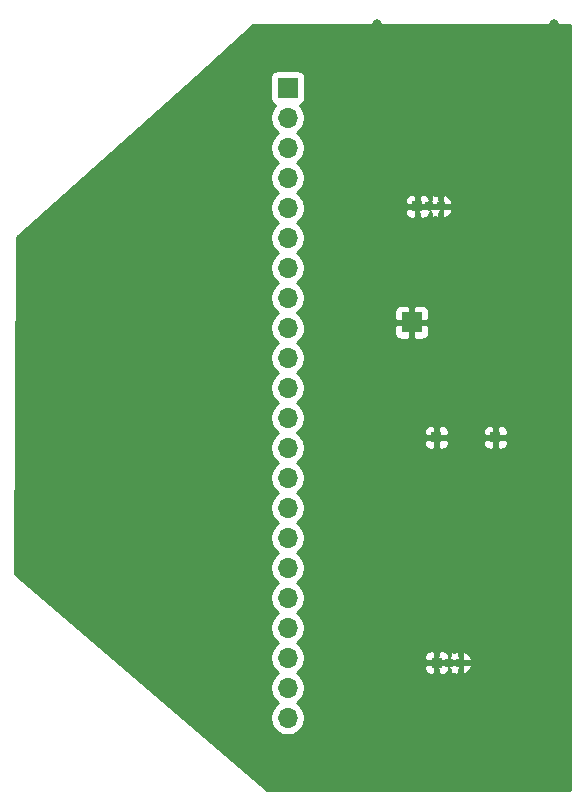
<source format=gbr>
%TF.GenerationSoftware,KiCad,Pcbnew,(5.1.10)-1*%
%TF.CreationDate,2021-07-07T12:53:47+10:00*%
%TF.ProjectId,Converter,436f6e76-6572-4746-9572-2e6b69636164,rev?*%
%TF.SameCoordinates,Original*%
%TF.FileFunction,Copper,L2,Bot*%
%TF.FilePolarity,Positive*%
%FSLAX46Y46*%
G04 Gerber Fmt 4.6, Leading zero omitted, Abs format (unit mm)*
G04 Created by KiCad (PCBNEW (5.1.10)-1) date 2021-07-07 12:53:47*
%MOMM*%
%LPD*%
G01*
G04 APERTURE LIST*
%TA.AperFunction,ComponentPad*%
%ADD10R,0.850000X0.850000*%
%TD*%
%TA.AperFunction,ComponentPad*%
%ADD11O,0.850000X0.850000*%
%TD*%
%TA.AperFunction,ComponentPad*%
%ADD12O,1.700000X1.700000*%
%TD*%
%TA.AperFunction,ComponentPad*%
%ADD13R,1.700000X1.700000*%
%TD*%
%TA.AperFunction,ViaPad*%
%ADD14C,0.800000*%
%TD*%
%TA.AperFunction,Conductor*%
%ADD15C,0.254000*%
%TD*%
%TA.AperFunction,Conductor*%
%ADD16C,0.100000*%
%TD*%
G04 APERTURE END LIST*
D10*
%TO.P,REF\u002A\u002A,1*%
%TO.N,GND*%
X145030000Y-119080000D03*
D11*
%TO.P,REF\u002A\u002A,2*%
X146030000Y-119080000D03*
%TO.P,REF\u002A\u002A,3*%
X147030000Y-119080000D03*
%TD*%
D10*
%TO.P,REF\u002A\u002A,1*%
%TO.N,GND*%
X143380000Y-80440000D03*
D11*
%TO.P,REF\u002A\u002A,2*%
X144380000Y-80440000D03*
%TO.P,REF\u002A\u002A,3*%
X145380000Y-80440000D03*
%TD*%
D10*
%TO.P,REF\u002A\u002A,1*%
%TO.N,GND*%
X150000000Y-100000000D03*
%TD*%
%TO.P,REF\u002A\u002A,1*%
%TO.N,GND*%
X145000000Y-100000000D03*
%TD*%
D12*
%TO.P,J2,22*%
%TO.N,Net-(J1-Pad22)*%
X132400000Y-123740000D03*
%TO.P,J2,21*%
%TO.N,Net-(J1-Pad21)*%
X132400000Y-121200000D03*
%TO.P,J2,20*%
%TO.N,Net-(J1-Pad20)*%
X132400000Y-118660000D03*
%TO.P,J2,19*%
%TO.N,Net-(J1-Pad19)*%
X132400000Y-116120000D03*
%TO.P,J2,18*%
%TO.N,Net-(J1-Pad18)*%
X132400000Y-113580000D03*
%TO.P,J2,17*%
%TO.N,Net-(J1-Pad17)*%
X132400000Y-111040000D03*
%TO.P,J2,16*%
%TO.N,Net-(J1-Pad16)*%
X132400000Y-108500000D03*
%TO.P,J2,15*%
%TO.N,Net-(J1-Pad15)*%
X132400000Y-105960000D03*
%TO.P,J2,14*%
%TO.N,Net-(J1-Pad14)*%
X132400000Y-103420000D03*
%TO.P,J2,13*%
%TO.N,Net-(J1-Pad13)*%
X132400000Y-100880000D03*
%TO.P,J2,12*%
%TO.N,Net-(J1-Pad12)*%
X132400000Y-98340000D03*
%TO.P,J2,11*%
%TO.N,Net-(J1-Pad11)*%
X132400000Y-95800000D03*
%TO.P,J2,10*%
%TO.N,Net-(J1-Pad10)*%
X132400000Y-93260000D03*
%TO.P,J2,9*%
%TO.N,Net-(J1-Pad9)*%
X132400000Y-90720000D03*
%TO.P,J2,8*%
%TO.N,Net-(J1-Pad8)*%
X132400000Y-88180000D03*
%TO.P,J2,7*%
%TO.N,Net-(J1-Pad7)*%
X132400000Y-85640000D03*
%TO.P,J2,6*%
%TO.N,Net-(J1-Pad6)*%
X132400000Y-83100000D03*
%TO.P,J2,5*%
%TO.N,Net-(J1-Pad5)*%
X132400000Y-80560000D03*
%TO.P,J2,4*%
%TO.N,Net-(J1-Pad4)*%
X132400000Y-78020000D03*
%TO.P,J2,3*%
%TO.N,Net-(J1-Pad3)*%
X132400000Y-75480000D03*
%TO.P,J2,2*%
%TO.N,Net-(J1-Pad2)*%
X132400000Y-72940000D03*
D13*
%TO.P,J2,1*%
%TO.N,Net-(J1-Pad1)*%
X132400000Y-70400000D03*
%TD*%
%TO.P,J3,1*%
%TO.N,GND*%
X142900000Y-90270000D03*
%TD*%
D14*
%TO.N,GND*%
X152020000Y-118230000D03*
X124900000Y-122700000D03*
X122300000Y-74400000D03*
X115000000Y-80000000D03*
X129100000Y-68300000D03*
X115200000Y-115000000D03*
X140000000Y-125000000D03*
X140000000Y-115000000D03*
X140000000Y-105000000D03*
X140000000Y-95000000D03*
X140000000Y-85000000D03*
X140000000Y-75000000D03*
X140000000Y-65000000D03*
X155000000Y-65000000D03*
X150770000Y-69270000D03*
X155000000Y-85000000D03*
X150750000Y-90750000D03*
X155000000Y-105000000D03*
X150000000Y-115000000D03*
X143110000Y-71310000D03*
X150670000Y-78570000D03*
X144820000Y-68920000D03*
X143520000Y-109920000D03*
X148460000Y-125800000D03*
%TD*%
D15*
%TO.N,GND*%
X156310001Y-129873000D02*
X130698770Y-129873000D01*
X109361041Y-111597188D01*
X109458987Y-82996818D01*
X124550896Y-69550000D01*
X130911928Y-69550000D01*
X130911928Y-71250000D01*
X130924188Y-71374482D01*
X130960498Y-71494180D01*
X131019463Y-71604494D01*
X131098815Y-71701185D01*
X131195506Y-71780537D01*
X131305820Y-71839502D01*
X131378380Y-71861513D01*
X131246525Y-71993368D01*
X131084010Y-72236589D01*
X130972068Y-72506842D01*
X130915000Y-72793740D01*
X130915000Y-73086260D01*
X130972068Y-73373158D01*
X131084010Y-73643411D01*
X131246525Y-73886632D01*
X131453368Y-74093475D01*
X131627760Y-74210000D01*
X131453368Y-74326525D01*
X131246525Y-74533368D01*
X131084010Y-74776589D01*
X130972068Y-75046842D01*
X130915000Y-75333740D01*
X130915000Y-75626260D01*
X130972068Y-75913158D01*
X131084010Y-76183411D01*
X131246525Y-76426632D01*
X131453368Y-76633475D01*
X131627760Y-76750000D01*
X131453368Y-76866525D01*
X131246525Y-77073368D01*
X131084010Y-77316589D01*
X130972068Y-77586842D01*
X130915000Y-77873740D01*
X130915000Y-78166260D01*
X130972068Y-78453158D01*
X131084010Y-78723411D01*
X131246525Y-78966632D01*
X131453368Y-79173475D01*
X131627760Y-79290000D01*
X131453368Y-79406525D01*
X131246525Y-79613368D01*
X131084010Y-79856589D01*
X130972068Y-80126842D01*
X130915000Y-80413740D01*
X130915000Y-80706260D01*
X130972068Y-80993158D01*
X131084010Y-81263411D01*
X131246525Y-81506632D01*
X131453368Y-81713475D01*
X131627760Y-81830000D01*
X131453368Y-81946525D01*
X131246525Y-82153368D01*
X131084010Y-82396589D01*
X130972068Y-82666842D01*
X130915000Y-82953740D01*
X130915000Y-83246260D01*
X130972068Y-83533158D01*
X131084010Y-83803411D01*
X131246525Y-84046632D01*
X131453368Y-84253475D01*
X131627760Y-84370000D01*
X131453368Y-84486525D01*
X131246525Y-84693368D01*
X131084010Y-84936589D01*
X130972068Y-85206842D01*
X130915000Y-85493740D01*
X130915000Y-85786260D01*
X130972068Y-86073158D01*
X131084010Y-86343411D01*
X131246525Y-86586632D01*
X131453368Y-86793475D01*
X131627760Y-86910000D01*
X131453368Y-87026525D01*
X131246525Y-87233368D01*
X131084010Y-87476589D01*
X130972068Y-87746842D01*
X130915000Y-88033740D01*
X130915000Y-88326260D01*
X130972068Y-88613158D01*
X131084010Y-88883411D01*
X131246525Y-89126632D01*
X131453368Y-89333475D01*
X131627760Y-89450000D01*
X131453368Y-89566525D01*
X131246525Y-89773368D01*
X131084010Y-90016589D01*
X130972068Y-90286842D01*
X130915000Y-90573740D01*
X130915000Y-90866260D01*
X130972068Y-91153158D01*
X131084010Y-91423411D01*
X131246525Y-91666632D01*
X131453368Y-91873475D01*
X131627760Y-91990000D01*
X131453368Y-92106525D01*
X131246525Y-92313368D01*
X131084010Y-92556589D01*
X130972068Y-92826842D01*
X130915000Y-93113740D01*
X130915000Y-93406260D01*
X130972068Y-93693158D01*
X131084010Y-93963411D01*
X131246525Y-94206632D01*
X131453368Y-94413475D01*
X131627760Y-94530000D01*
X131453368Y-94646525D01*
X131246525Y-94853368D01*
X131084010Y-95096589D01*
X130972068Y-95366842D01*
X130915000Y-95653740D01*
X130915000Y-95946260D01*
X130972068Y-96233158D01*
X131084010Y-96503411D01*
X131246525Y-96746632D01*
X131453368Y-96953475D01*
X131627760Y-97070000D01*
X131453368Y-97186525D01*
X131246525Y-97393368D01*
X131084010Y-97636589D01*
X130972068Y-97906842D01*
X130915000Y-98193740D01*
X130915000Y-98486260D01*
X130972068Y-98773158D01*
X131084010Y-99043411D01*
X131246525Y-99286632D01*
X131453368Y-99493475D01*
X131627760Y-99610000D01*
X131453368Y-99726525D01*
X131246525Y-99933368D01*
X131084010Y-100176589D01*
X130972068Y-100446842D01*
X130915000Y-100733740D01*
X130915000Y-101026260D01*
X130972068Y-101313158D01*
X131084010Y-101583411D01*
X131246525Y-101826632D01*
X131453368Y-102033475D01*
X131627760Y-102150000D01*
X131453368Y-102266525D01*
X131246525Y-102473368D01*
X131084010Y-102716589D01*
X130972068Y-102986842D01*
X130915000Y-103273740D01*
X130915000Y-103566260D01*
X130972068Y-103853158D01*
X131084010Y-104123411D01*
X131246525Y-104366632D01*
X131453368Y-104573475D01*
X131627760Y-104690000D01*
X131453368Y-104806525D01*
X131246525Y-105013368D01*
X131084010Y-105256589D01*
X130972068Y-105526842D01*
X130915000Y-105813740D01*
X130915000Y-106106260D01*
X130972068Y-106393158D01*
X131084010Y-106663411D01*
X131246525Y-106906632D01*
X131453368Y-107113475D01*
X131627760Y-107230000D01*
X131453368Y-107346525D01*
X131246525Y-107553368D01*
X131084010Y-107796589D01*
X130972068Y-108066842D01*
X130915000Y-108353740D01*
X130915000Y-108646260D01*
X130972068Y-108933158D01*
X131084010Y-109203411D01*
X131246525Y-109446632D01*
X131453368Y-109653475D01*
X131627760Y-109770000D01*
X131453368Y-109886525D01*
X131246525Y-110093368D01*
X131084010Y-110336589D01*
X130972068Y-110606842D01*
X130915000Y-110893740D01*
X130915000Y-111186260D01*
X130972068Y-111473158D01*
X131084010Y-111743411D01*
X131246525Y-111986632D01*
X131453368Y-112193475D01*
X131627760Y-112310000D01*
X131453368Y-112426525D01*
X131246525Y-112633368D01*
X131084010Y-112876589D01*
X130972068Y-113146842D01*
X130915000Y-113433740D01*
X130915000Y-113726260D01*
X130972068Y-114013158D01*
X131084010Y-114283411D01*
X131246525Y-114526632D01*
X131453368Y-114733475D01*
X131627760Y-114850000D01*
X131453368Y-114966525D01*
X131246525Y-115173368D01*
X131084010Y-115416589D01*
X130972068Y-115686842D01*
X130915000Y-115973740D01*
X130915000Y-116266260D01*
X130972068Y-116553158D01*
X131084010Y-116823411D01*
X131246525Y-117066632D01*
X131453368Y-117273475D01*
X131627760Y-117390000D01*
X131453368Y-117506525D01*
X131246525Y-117713368D01*
X131084010Y-117956589D01*
X130972068Y-118226842D01*
X130915000Y-118513740D01*
X130915000Y-118806260D01*
X130972068Y-119093158D01*
X131084010Y-119363411D01*
X131246525Y-119606632D01*
X131453368Y-119813475D01*
X131627760Y-119930000D01*
X131453368Y-120046525D01*
X131246525Y-120253368D01*
X131084010Y-120496589D01*
X130972068Y-120766842D01*
X130915000Y-121053740D01*
X130915000Y-121346260D01*
X130972068Y-121633158D01*
X131084010Y-121903411D01*
X131246525Y-122146632D01*
X131453368Y-122353475D01*
X131627760Y-122470000D01*
X131453368Y-122586525D01*
X131246525Y-122793368D01*
X131084010Y-123036589D01*
X130972068Y-123306842D01*
X130915000Y-123593740D01*
X130915000Y-123886260D01*
X130972068Y-124173158D01*
X131084010Y-124443411D01*
X131246525Y-124686632D01*
X131453368Y-124893475D01*
X131696589Y-125055990D01*
X131966842Y-125167932D01*
X132253740Y-125225000D01*
X132546260Y-125225000D01*
X132833158Y-125167932D01*
X133103411Y-125055990D01*
X133346632Y-124893475D01*
X133553475Y-124686632D01*
X133715990Y-124443411D01*
X133827932Y-124173158D01*
X133885000Y-123886260D01*
X133885000Y-123593740D01*
X133827932Y-123306842D01*
X133715990Y-123036589D01*
X133553475Y-122793368D01*
X133346632Y-122586525D01*
X133172240Y-122470000D01*
X133346632Y-122353475D01*
X133553475Y-122146632D01*
X133715990Y-121903411D01*
X133827932Y-121633158D01*
X133885000Y-121346260D01*
X133885000Y-121053740D01*
X133827932Y-120766842D01*
X133715990Y-120496589D01*
X133553475Y-120253368D01*
X133346632Y-120046525D01*
X133172240Y-119930000D01*
X133346632Y-119813475D01*
X133553475Y-119606632D01*
X133621383Y-119505000D01*
X143966928Y-119505000D01*
X143979188Y-119629482D01*
X144015498Y-119749180D01*
X144074463Y-119859494D01*
X144153815Y-119956185D01*
X144250506Y-120035537D01*
X144360820Y-120094502D01*
X144480518Y-120130812D01*
X144605000Y-120143072D01*
X144744250Y-120140000D01*
X144903000Y-119981250D01*
X144903000Y-119370064D01*
X145010453Y-119370064D01*
X145086632Y-119563394D01*
X145157000Y-119672768D01*
X145157000Y-119981250D01*
X145315750Y-120140000D01*
X145455000Y-120143072D01*
X145579482Y-120130812D01*
X145699180Y-120094502D01*
X145707917Y-120089832D01*
X145739938Y-120099540D01*
X145903000Y-119972257D01*
X145903000Y-119958799D01*
X145906185Y-119956185D01*
X145985537Y-119859494D01*
X146044502Y-119749180D01*
X146080812Y-119629482D01*
X146087229Y-119564323D01*
X146157000Y-119672768D01*
X146157000Y-119972257D01*
X146320062Y-120099540D01*
X146355250Y-120088872D01*
X146530000Y-120012912D01*
X146704750Y-120088872D01*
X146739938Y-120099540D01*
X146903000Y-119972257D01*
X146903000Y-119672768D01*
X146973368Y-119563394D01*
X147049547Y-119370064D01*
X146923621Y-119207000D01*
X147157000Y-119207000D01*
X147157000Y-119972257D01*
X147320062Y-120099540D01*
X147355250Y-120088872D01*
X147545822Y-120006034D01*
X147716571Y-119887609D01*
X147860936Y-119738148D01*
X147973368Y-119563394D01*
X148049547Y-119370064D01*
X147923621Y-119207000D01*
X147157000Y-119207000D01*
X146923621Y-119207000D01*
X146136379Y-119207000D01*
X146046995Y-119322745D01*
X145931250Y-119207000D01*
X145136379Y-119207000D01*
X145010453Y-119370064D01*
X144903000Y-119370064D01*
X144903000Y-119207000D01*
X144128750Y-119207000D01*
X143970000Y-119365750D01*
X143966928Y-119505000D01*
X133621383Y-119505000D01*
X133715990Y-119363411D01*
X133827932Y-119093158D01*
X133885000Y-118806260D01*
X133885000Y-118655000D01*
X143966928Y-118655000D01*
X143970000Y-118794250D01*
X144128750Y-118953000D01*
X144903000Y-118953000D01*
X144903000Y-118789936D01*
X145010453Y-118789936D01*
X145136379Y-118953000D01*
X145931250Y-118953000D01*
X146046995Y-118837255D01*
X146136379Y-118953000D01*
X146923621Y-118953000D01*
X147049547Y-118789936D01*
X146973368Y-118596606D01*
X146903000Y-118487232D01*
X146903000Y-118187743D01*
X147157000Y-118187743D01*
X147157000Y-118953000D01*
X147923621Y-118953000D01*
X148049547Y-118789936D01*
X147973368Y-118596606D01*
X147860936Y-118421852D01*
X147716571Y-118272391D01*
X147545822Y-118153966D01*
X147355250Y-118071128D01*
X147320062Y-118060460D01*
X147157000Y-118187743D01*
X146903000Y-118187743D01*
X146739938Y-118060460D01*
X146704750Y-118071128D01*
X146530000Y-118147088D01*
X146355250Y-118071128D01*
X146320062Y-118060460D01*
X146157000Y-118187743D01*
X146157000Y-118487232D01*
X146087229Y-118595677D01*
X146080812Y-118530518D01*
X146044502Y-118410820D01*
X145985537Y-118300506D01*
X145906185Y-118203815D01*
X145903000Y-118201201D01*
X145903000Y-118187743D01*
X145739938Y-118060460D01*
X145707917Y-118070168D01*
X145699180Y-118065498D01*
X145579482Y-118029188D01*
X145455000Y-118016928D01*
X145315750Y-118020000D01*
X145157000Y-118178750D01*
X145157000Y-118487232D01*
X145086632Y-118596606D01*
X145010453Y-118789936D01*
X144903000Y-118789936D01*
X144903000Y-118178750D01*
X144744250Y-118020000D01*
X144605000Y-118016928D01*
X144480518Y-118029188D01*
X144360820Y-118065498D01*
X144250506Y-118124463D01*
X144153815Y-118203815D01*
X144074463Y-118300506D01*
X144015498Y-118410820D01*
X143979188Y-118530518D01*
X143966928Y-118655000D01*
X133885000Y-118655000D01*
X133885000Y-118513740D01*
X133827932Y-118226842D01*
X133715990Y-117956589D01*
X133553475Y-117713368D01*
X133346632Y-117506525D01*
X133172240Y-117390000D01*
X133346632Y-117273475D01*
X133553475Y-117066632D01*
X133715990Y-116823411D01*
X133827932Y-116553158D01*
X133885000Y-116266260D01*
X133885000Y-115973740D01*
X133827932Y-115686842D01*
X133715990Y-115416589D01*
X133553475Y-115173368D01*
X133346632Y-114966525D01*
X133172240Y-114850000D01*
X133346632Y-114733475D01*
X133553475Y-114526632D01*
X133715990Y-114283411D01*
X133827932Y-114013158D01*
X133885000Y-113726260D01*
X133885000Y-113433740D01*
X133827932Y-113146842D01*
X133715990Y-112876589D01*
X133553475Y-112633368D01*
X133346632Y-112426525D01*
X133172240Y-112310000D01*
X133346632Y-112193475D01*
X133553475Y-111986632D01*
X133715990Y-111743411D01*
X133827932Y-111473158D01*
X133885000Y-111186260D01*
X133885000Y-110893740D01*
X133827932Y-110606842D01*
X133715990Y-110336589D01*
X133553475Y-110093368D01*
X133346632Y-109886525D01*
X133172240Y-109770000D01*
X133346632Y-109653475D01*
X133553475Y-109446632D01*
X133715990Y-109203411D01*
X133827932Y-108933158D01*
X133885000Y-108646260D01*
X133885000Y-108353740D01*
X133827932Y-108066842D01*
X133715990Y-107796589D01*
X133553475Y-107553368D01*
X133346632Y-107346525D01*
X133172240Y-107230000D01*
X133346632Y-107113475D01*
X133553475Y-106906632D01*
X133715990Y-106663411D01*
X133827932Y-106393158D01*
X133885000Y-106106260D01*
X133885000Y-105813740D01*
X133827932Y-105526842D01*
X133715990Y-105256589D01*
X133553475Y-105013368D01*
X133346632Y-104806525D01*
X133172240Y-104690000D01*
X133346632Y-104573475D01*
X133553475Y-104366632D01*
X133715990Y-104123411D01*
X133827932Y-103853158D01*
X133885000Y-103566260D01*
X133885000Y-103273740D01*
X133827932Y-102986842D01*
X133715990Y-102716589D01*
X133553475Y-102473368D01*
X133346632Y-102266525D01*
X133172240Y-102150000D01*
X133346632Y-102033475D01*
X133553475Y-101826632D01*
X133715990Y-101583411D01*
X133827932Y-101313158D01*
X133885000Y-101026260D01*
X133885000Y-100733740D01*
X133827932Y-100446842D01*
X133818885Y-100425000D01*
X143936928Y-100425000D01*
X143949188Y-100549482D01*
X143985498Y-100669180D01*
X144044463Y-100779494D01*
X144123815Y-100876185D01*
X144220506Y-100955537D01*
X144330820Y-101014502D01*
X144450518Y-101050812D01*
X144575000Y-101063072D01*
X144714250Y-101060000D01*
X144873000Y-100901250D01*
X144873000Y-100127000D01*
X145127000Y-100127000D01*
X145127000Y-100901250D01*
X145285750Y-101060000D01*
X145425000Y-101063072D01*
X145549482Y-101050812D01*
X145669180Y-101014502D01*
X145779494Y-100955537D01*
X145876185Y-100876185D01*
X145955537Y-100779494D01*
X146014502Y-100669180D01*
X146050812Y-100549482D01*
X146063072Y-100425000D01*
X148936928Y-100425000D01*
X148949188Y-100549482D01*
X148985498Y-100669180D01*
X149044463Y-100779494D01*
X149123815Y-100876185D01*
X149220506Y-100955537D01*
X149330820Y-101014502D01*
X149450518Y-101050812D01*
X149575000Y-101063072D01*
X149714250Y-101060000D01*
X149873000Y-100901250D01*
X149873000Y-100127000D01*
X150127000Y-100127000D01*
X150127000Y-100901250D01*
X150285750Y-101060000D01*
X150425000Y-101063072D01*
X150549482Y-101050812D01*
X150669180Y-101014502D01*
X150779494Y-100955537D01*
X150876185Y-100876185D01*
X150955537Y-100779494D01*
X151014502Y-100669180D01*
X151050812Y-100549482D01*
X151063072Y-100425000D01*
X151060000Y-100285750D01*
X150901250Y-100127000D01*
X150127000Y-100127000D01*
X149873000Y-100127000D01*
X149098750Y-100127000D01*
X148940000Y-100285750D01*
X148936928Y-100425000D01*
X146063072Y-100425000D01*
X146060000Y-100285750D01*
X145901250Y-100127000D01*
X145127000Y-100127000D01*
X144873000Y-100127000D01*
X144098750Y-100127000D01*
X143940000Y-100285750D01*
X143936928Y-100425000D01*
X133818885Y-100425000D01*
X133715990Y-100176589D01*
X133553475Y-99933368D01*
X133346632Y-99726525D01*
X133172240Y-99610000D01*
X133224621Y-99575000D01*
X143936928Y-99575000D01*
X143940000Y-99714250D01*
X144098750Y-99873000D01*
X144873000Y-99873000D01*
X144873000Y-99098750D01*
X145127000Y-99098750D01*
X145127000Y-99873000D01*
X145901250Y-99873000D01*
X146060000Y-99714250D01*
X146063072Y-99575000D01*
X148936928Y-99575000D01*
X148940000Y-99714250D01*
X149098750Y-99873000D01*
X149873000Y-99873000D01*
X149873000Y-99098750D01*
X150127000Y-99098750D01*
X150127000Y-99873000D01*
X150901250Y-99873000D01*
X151060000Y-99714250D01*
X151063072Y-99575000D01*
X151050812Y-99450518D01*
X151014502Y-99330820D01*
X150955537Y-99220506D01*
X150876185Y-99123815D01*
X150779494Y-99044463D01*
X150669180Y-98985498D01*
X150549482Y-98949188D01*
X150425000Y-98936928D01*
X150285750Y-98940000D01*
X150127000Y-99098750D01*
X149873000Y-99098750D01*
X149714250Y-98940000D01*
X149575000Y-98936928D01*
X149450518Y-98949188D01*
X149330820Y-98985498D01*
X149220506Y-99044463D01*
X149123815Y-99123815D01*
X149044463Y-99220506D01*
X148985498Y-99330820D01*
X148949188Y-99450518D01*
X148936928Y-99575000D01*
X146063072Y-99575000D01*
X146050812Y-99450518D01*
X146014502Y-99330820D01*
X145955537Y-99220506D01*
X145876185Y-99123815D01*
X145779494Y-99044463D01*
X145669180Y-98985498D01*
X145549482Y-98949188D01*
X145425000Y-98936928D01*
X145285750Y-98940000D01*
X145127000Y-99098750D01*
X144873000Y-99098750D01*
X144714250Y-98940000D01*
X144575000Y-98936928D01*
X144450518Y-98949188D01*
X144330820Y-98985498D01*
X144220506Y-99044463D01*
X144123815Y-99123815D01*
X144044463Y-99220506D01*
X143985498Y-99330820D01*
X143949188Y-99450518D01*
X143936928Y-99575000D01*
X133224621Y-99575000D01*
X133346632Y-99493475D01*
X133553475Y-99286632D01*
X133715990Y-99043411D01*
X133827932Y-98773158D01*
X133885000Y-98486260D01*
X133885000Y-98193740D01*
X133827932Y-97906842D01*
X133715990Y-97636589D01*
X133553475Y-97393368D01*
X133346632Y-97186525D01*
X133172240Y-97070000D01*
X133346632Y-96953475D01*
X133553475Y-96746632D01*
X133715990Y-96503411D01*
X133827932Y-96233158D01*
X133885000Y-95946260D01*
X133885000Y-95653740D01*
X133827932Y-95366842D01*
X133715990Y-95096589D01*
X133553475Y-94853368D01*
X133346632Y-94646525D01*
X133172240Y-94530000D01*
X133346632Y-94413475D01*
X133553475Y-94206632D01*
X133715990Y-93963411D01*
X133827932Y-93693158D01*
X133885000Y-93406260D01*
X133885000Y-93113740D01*
X133827932Y-92826842D01*
X133715990Y-92556589D01*
X133553475Y-92313368D01*
X133346632Y-92106525D01*
X133172240Y-91990000D01*
X133346632Y-91873475D01*
X133553475Y-91666632D01*
X133715990Y-91423411D01*
X133827932Y-91153158D01*
X133834527Y-91120000D01*
X141411928Y-91120000D01*
X141424188Y-91244482D01*
X141460498Y-91364180D01*
X141519463Y-91474494D01*
X141598815Y-91571185D01*
X141695506Y-91650537D01*
X141805820Y-91709502D01*
X141925518Y-91745812D01*
X142050000Y-91758072D01*
X142614250Y-91755000D01*
X142773000Y-91596250D01*
X142773000Y-90397000D01*
X143027000Y-90397000D01*
X143027000Y-91596250D01*
X143185750Y-91755000D01*
X143750000Y-91758072D01*
X143874482Y-91745812D01*
X143994180Y-91709502D01*
X144104494Y-91650537D01*
X144201185Y-91571185D01*
X144280537Y-91474494D01*
X144339502Y-91364180D01*
X144375812Y-91244482D01*
X144388072Y-91120000D01*
X144385000Y-90555750D01*
X144226250Y-90397000D01*
X143027000Y-90397000D01*
X142773000Y-90397000D01*
X141573750Y-90397000D01*
X141415000Y-90555750D01*
X141411928Y-91120000D01*
X133834527Y-91120000D01*
X133885000Y-90866260D01*
X133885000Y-90573740D01*
X133827932Y-90286842D01*
X133715990Y-90016589D01*
X133553475Y-89773368D01*
X133346632Y-89566525D01*
X133172240Y-89450000D01*
X133217138Y-89420000D01*
X141411928Y-89420000D01*
X141415000Y-89984250D01*
X141573750Y-90143000D01*
X142773000Y-90143000D01*
X142773000Y-88943750D01*
X143027000Y-88943750D01*
X143027000Y-90143000D01*
X144226250Y-90143000D01*
X144385000Y-89984250D01*
X144388072Y-89420000D01*
X144375812Y-89295518D01*
X144339502Y-89175820D01*
X144280537Y-89065506D01*
X144201185Y-88968815D01*
X144104494Y-88889463D01*
X143994180Y-88830498D01*
X143874482Y-88794188D01*
X143750000Y-88781928D01*
X143185750Y-88785000D01*
X143027000Y-88943750D01*
X142773000Y-88943750D01*
X142614250Y-88785000D01*
X142050000Y-88781928D01*
X141925518Y-88794188D01*
X141805820Y-88830498D01*
X141695506Y-88889463D01*
X141598815Y-88968815D01*
X141519463Y-89065506D01*
X141460498Y-89175820D01*
X141424188Y-89295518D01*
X141411928Y-89420000D01*
X133217138Y-89420000D01*
X133346632Y-89333475D01*
X133553475Y-89126632D01*
X133715990Y-88883411D01*
X133827932Y-88613158D01*
X133885000Y-88326260D01*
X133885000Y-88033740D01*
X133827932Y-87746842D01*
X133715990Y-87476589D01*
X133553475Y-87233368D01*
X133346632Y-87026525D01*
X133172240Y-86910000D01*
X133346632Y-86793475D01*
X133553475Y-86586632D01*
X133715990Y-86343411D01*
X133827932Y-86073158D01*
X133885000Y-85786260D01*
X133885000Y-85493740D01*
X133827932Y-85206842D01*
X133715990Y-84936589D01*
X133553475Y-84693368D01*
X133346632Y-84486525D01*
X133172240Y-84370000D01*
X133346632Y-84253475D01*
X133553475Y-84046632D01*
X133715990Y-83803411D01*
X133827932Y-83533158D01*
X133885000Y-83246260D01*
X133885000Y-82953740D01*
X133827932Y-82666842D01*
X133715990Y-82396589D01*
X133553475Y-82153368D01*
X133346632Y-81946525D01*
X133172240Y-81830000D01*
X133346632Y-81713475D01*
X133553475Y-81506632D01*
X133715990Y-81263411D01*
X133827932Y-80993158D01*
X133853424Y-80865000D01*
X142316928Y-80865000D01*
X142329188Y-80989482D01*
X142365498Y-81109180D01*
X142424463Y-81219494D01*
X142503815Y-81316185D01*
X142600506Y-81395537D01*
X142710820Y-81454502D01*
X142830518Y-81490812D01*
X142955000Y-81503072D01*
X143094250Y-81500000D01*
X143253000Y-81341250D01*
X143253000Y-80730064D01*
X143360453Y-80730064D01*
X143436632Y-80923394D01*
X143507000Y-81032768D01*
X143507000Y-81341250D01*
X143665750Y-81500000D01*
X143805000Y-81503072D01*
X143929482Y-81490812D01*
X144049180Y-81454502D01*
X144057917Y-81449832D01*
X144089938Y-81459540D01*
X144253000Y-81332257D01*
X144253000Y-81318799D01*
X144256185Y-81316185D01*
X144335537Y-81219494D01*
X144394502Y-81109180D01*
X144430812Y-80989482D01*
X144437229Y-80924323D01*
X144507000Y-81032768D01*
X144507000Y-81332257D01*
X144670062Y-81459540D01*
X144705250Y-81448872D01*
X144880000Y-81372912D01*
X145054750Y-81448872D01*
X145089938Y-81459540D01*
X145253000Y-81332257D01*
X145253000Y-81032768D01*
X145323368Y-80923394D01*
X145399547Y-80730064D01*
X145273621Y-80567000D01*
X145507000Y-80567000D01*
X145507000Y-81332257D01*
X145670062Y-81459540D01*
X145705250Y-81448872D01*
X145895822Y-81366034D01*
X146066571Y-81247609D01*
X146210936Y-81098148D01*
X146323368Y-80923394D01*
X146399547Y-80730064D01*
X146273621Y-80567000D01*
X145507000Y-80567000D01*
X145273621Y-80567000D01*
X144486379Y-80567000D01*
X144396995Y-80682745D01*
X144281250Y-80567000D01*
X143486379Y-80567000D01*
X143360453Y-80730064D01*
X143253000Y-80730064D01*
X143253000Y-80567000D01*
X142478750Y-80567000D01*
X142320000Y-80725750D01*
X142316928Y-80865000D01*
X133853424Y-80865000D01*
X133885000Y-80706260D01*
X133885000Y-80413740D01*
X133827932Y-80126842D01*
X133781606Y-80015000D01*
X142316928Y-80015000D01*
X142320000Y-80154250D01*
X142478750Y-80313000D01*
X143253000Y-80313000D01*
X143253000Y-80149936D01*
X143360453Y-80149936D01*
X143486379Y-80313000D01*
X144281250Y-80313000D01*
X144396995Y-80197255D01*
X144486379Y-80313000D01*
X145273621Y-80313000D01*
X145399547Y-80149936D01*
X145323368Y-79956606D01*
X145253000Y-79847232D01*
X145253000Y-79547743D01*
X145507000Y-79547743D01*
X145507000Y-80313000D01*
X146273621Y-80313000D01*
X146399547Y-80149936D01*
X146323368Y-79956606D01*
X146210936Y-79781852D01*
X146066571Y-79632391D01*
X145895822Y-79513966D01*
X145705250Y-79431128D01*
X145670062Y-79420460D01*
X145507000Y-79547743D01*
X145253000Y-79547743D01*
X145089938Y-79420460D01*
X145054750Y-79431128D01*
X144880000Y-79507088D01*
X144705250Y-79431128D01*
X144670062Y-79420460D01*
X144507000Y-79547743D01*
X144507000Y-79847232D01*
X144437229Y-79955677D01*
X144430812Y-79890518D01*
X144394502Y-79770820D01*
X144335537Y-79660506D01*
X144256185Y-79563815D01*
X144253000Y-79561201D01*
X144253000Y-79547743D01*
X144089938Y-79420460D01*
X144057917Y-79430168D01*
X144049180Y-79425498D01*
X143929482Y-79389188D01*
X143805000Y-79376928D01*
X143665750Y-79380000D01*
X143507000Y-79538750D01*
X143507000Y-79847232D01*
X143436632Y-79956606D01*
X143360453Y-80149936D01*
X143253000Y-80149936D01*
X143253000Y-79538750D01*
X143094250Y-79380000D01*
X142955000Y-79376928D01*
X142830518Y-79389188D01*
X142710820Y-79425498D01*
X142600506Y-79484463D01*
X142503815Y-79563815D01*
X142424463Y-79660506D01*
X142365498Y-79770820D01*
X142329188Y-79890518D01*
X142316928Y-80015000D01*
X133781606Y-80015000D01*
X133715990Y-79856589D01*
X133553475Y-79613368D01*
X133346632Y-79406525D01*
X133172240Y-79290000D01*
X133346632Y-79173475D01*
X133553475Y-78966632D01*
X133715990Y-78723411D01*
X133827932Y-78453158D01*
X133885000Y-78166260D01*
X133885000Y-77873740D01*
X133827932Y-77586842D01*
X133715990Y-77316589D01*
X133553475Y-77073368D01*
X133346632Y-76866525D01*
X133172240Y-76750000D01*
X133346632Y-76633475D01*
X133553475Y-76426632D01*
X133715990Y-76183411D01*
X133827932Y-75913158D01*
X133885000Y-75626260D01*
X133885000Y-75333740D01*
X133827932Y-75046842D01*
X133715990Y-74776589D01*
X133553475Y-74533368D01*
X133346632Y-74326525D01*
X133172240Y-74210000D01*
X133346632Y-74093475D01*
X133553475Y-73886632D01*
X133715990Y-73643411D01*
X133827932Y-73373158D01*
X133885000Y-73086260D01*
X133885000Y-72793740D01*
X133827932Y-72506842D01*
X133715990Y-72236589D01*
X133553475Y-71993368D01*
X133421620Y-71861513D01*
X133494180Y-71839502D01*
X133604494Y-71780537D01*
X133701185Y-71701185D01*
X133780537Y-71604494D01*
X133839502Y-71494180D01*
X133875812Y-71374482D01*
X133888072Y-71250000D01*
X133888072Y-69550000D01*
X133875812Y-69425518D01*
X133839502Y-69305820D01*
X133780537Y-69195506D01*
X133701185Y-69098815D01*
X133604494Y-69019463D01*
X133494180Y-68960498D01*
X133374482Y-68924188D01*
X133250000Y-68911928D01*
X131550000Y-68911928D01*
X131425518Y-68924188D01*
X131305820Y-68960498D01*
X131195506Y-69019463D01*
X131098815Y-69098815D01*
X131019463Y-69195506D01*
X130960498Y-69305820D01*
X130924188Y-69425518D01*
X130911928Y-69550000D01*
X124550896Y-69550000D01*
X129515009Y-65127000D01*
X156310000Y-65127000D01*
X156310001Y-129873000D01*
%TA.AperFunction,Conductor*%
D16*
G36*
X156310001Y-129873000D02*
G01*
X130698770Y-129873000D01*
X109361041Y-111597188D01*
X109458987Y-82996818D01*
X124550896Y-69550000D01*
X130911928Y-69550000D01*
X130911928Y-71250000D01*
X130924188Y-71374482D01*
X130960498Y-71494180D01*
X131019463Y-71604494D01*
X131098815Y-71701185D01*
X131195506Y-71780537D01*
X131305820Y-71839502D01*
X131378380Y-71861513D01*
X131246525Y-71993368D01*
X131084010Y-72236589D01*
X130972068Y-72506842D01*
X130915000Y-72793740D01*
X130915000Y-73086260D01*
X130972068Y-73373158D01*
X131084010Y-73643411D01*
X131246525Y-73886632D01*
X131453368Y-74093475D01*
X131627760Y-74210000D01*
X131453368Y-74326525D01*
X131246525Y-74533368D01*
X131084010Y-74776589D01*
X130972068Y-75046842D01*
X130915000Y-75333740D01*
X130915000Y-75626260D01*
X130972068Y-75913158D01*
X131084010Y-76183411D01*
X131246525Y-76426632D01*
X131453368Y-76633475D01*
X131627760Y-76750000D01*
X131453368Y-76866525D01*
X131246525Y-77073368D01*
X131084010Y-77316589D01*
X130972068Y-77586842D01*
X130915000Y-77873740D01*
X130915000Y-78166260D01*
X130972068Y-78453158D01*
X131084010Y-78723411D01*
X131246525Y-78966632D01*
X131453368Y-79173475D01*
X131627760Y-79290000D01*
X131453368Y-79406525D01*
X131246525Y-79613368D01*
X131084010Y-79856589D01*
X130972068Y-80126842D01*
X130915000Y-80413740D01*
X130915000Y-80706260D01*
X130972068Y-80993158D01*
X131084010Y-81263411D01*
X131246525Y-81506632D01*
X131453368Y-81713475D01*
X131627760Y-81830000D01*
X131453368Y-81946525D01*
X131246525Y-82153368D01*
X131084010Y-82396589D01*
X130972068Y-82666842D01*
X130915000Y-82953740D01*
X130915000Y-83246260D01*
X130972068Y-83533158D01*
X131084010Y-83803411D01*
X131246525Y-84046632D01*
X131453368Y-84253475D01*
X131627760Y-84370000D01*
X131453368Y-84486525D01*
X131246525Y-84693368D01*
X131084010Y-84936589D01*
X130972068Y-85206842D01*
X130915000Y-85493740D01*
X130915000Y-85786260D01*
X130972068Y-86073158D01*
X131084010Y-86343411D01*
X131246525Y-86586632D01*
X131453368Y-86793475D01*
X131627760Y-86910000D01*
X131453368Y-87026525D01*
X131246525Y-87233368D01*
X131084010Y-87476589D01*
X130972068Y-87746842D01*
X130915000Y-88033740D01*
X130915000Y-88326260D01*
X130972068Y-88613158D01*
X131084010Y-88883411D01*
X131246525Y-89126632D01*
X131453368Y-89333475D01*
X131627760Y-89450000D01*
X131453368Y-89566525D01*
X131246525Y-89773368D01*
X131084010Y-90016589D01*
X130972068Y-90286842D01*
X130915000Y-90573740D01*
X130915000Y-90866260D01*
X130972068Y-91153158D01*
X131084010Y-91423411D01*
X131246525Y-91666632D01*
X131453368Y-91873475D01*
X131627760Y-91990000D01*
X131453368Y-92106525D01*
X131246525Y-92313368D01*
X131084010Y-92556589D01*
X130972068Y-92826842D01*
X130915000Y-93113740D01*
X130915000Y-93406260D01*
X130972068Y-93693158D01*
X131084010Y-93963411D01*
X131246525Y-94206632D01*
X131453368Y-94413475D01*
X131627760Y-94530000D01*
X131453368Y-94646525D01*
X131246525Y-94853368D01*
X131084010Y-95096589D01*
X130972068Y-95366842D01*
X130915000Y-95653740D01*
X130915000Y-95946260D01*
X130972068Y-96233158D01*
X131084010Y-96503411D01*
X131246525Y-96746632D01*
X131453368Y-96953475D01*
X131627760Y-97070000D01*
X131453368Y-97186525D01*
X131246525Y-97393368D01*
X131084010Y-97636589D01*
X130972068Y-97906842D01*
X130915000Y-98193740D01*
X130915000Y-98486260D01*
X130972068Y-98773158D01*
X131084010Y-99043411D01*
X131246525Y-99286632D01*
X131453368Y-99493475D01*
X131627760Y-99610000D01*
X131453368Y-99726525D01*
X131246525Y-99933368D01*
X131084010Y-100176589D01*
X130972068Y-100446842D01*
X130915000Y-100733740D01*
X130915000Y-101026260D01*
X130972068Y-101313158D01*
X131084010Y-101583411D01*
X131246525Y-101826632D01*
X131453368Y-102033475D01*
X131627760Y-102150000D01*
X131453368Y-102266525D01*
X131246525Y-102473368D01*
X131084010Y-102716589D01*
X130972068Y-102986842D01*
X130915000Y-103273740D01*
X130915000Y-103566260D01*
X130972068Y-103853158D01*
X131084010Y-104123411D01*
X131246525Y-104366632D01*
X131453368Y-104573475D01*
X131627760Y-104690000D01*
X131453368Y-104806525D01*
X131246525Y-105013368D01*
X131084010Y-105256589D01*
X130972068Y-105526842D01*
X130915000Y-105813740D01*
X130915000Y-106106260D01*
X130972068Y-106393158D01*
X131084010Y-106663411D01*
X131246525Y-106906632D01*
X131453368Y-107113475D01*
X131627760Y-107230000D01*
X131453368Y-107346525D01*
X131246525Y-107553368D01*
X131084010Y-107796589D01*
X130972068Y-108066842D01*
X130915000Y-108353740D01*
X130915000Y-108646260D01*
X130972068Y-108933158D01*
X131084010Y-109203411D01*
X131246525Y-109446632D01*
X131453368Y-109653475D01*
X131627760Y-109770000D01*
X131453368Y-109886525D01*
X131246525Y-110093368D01*
X131084010Y-110336589D01*
X130972068Y-110606842D01*
X130915000Y-110893740D01*
X130915000Y-111186260D01*
X130972068Y-111473158D01*
X131084010Y-111743411D01*
X131246525Y-111986632D01*
X131453368Y-112193475D01*
X131627760Y-112310000D01*
X131453368Y-112426525D01*
X131246525Y-112633368D01*
X131084010Y-112876589D01*
X130972068Y-113146842D01*
X130915000Y-113433740D01*
X130915000Y-113726260D01*
X130972068Y-114013158D01*
X131084010Y-114283411D01*
X131246525Y-114526632D01*
X131453368Y-114733475D01*
X131627760Y-114850000D01*
X131453368Y-114966525D01*
X131246525Y-115173368D01*
X131084010Y-115416589D01*
X130972068Y-115686842D01*
X130915000Y-115973740D01*
X130915000Y-116266260D01*
X130972068Y-116553158D01*
X131084010Y-116823411D01*
X131246525Y-117066632D01*
X131453368Y-117273475D01*
X131627760Y-117390000D01*
X131453368Y-117506525D01*
X131246525Y-117713368D01*
X131084010Y-117956589D01*
X130972068Y-118226842D01*
X130915000Y-118513740D01*
X130915000Y-118806260D01*
X130972068Y-119093158D01*
X131084010Y-119363411D01*
X131246525Y-119606632D01*
X131453368Y-119813475D01*
X131627760Y-119930000D01*
X131453368Y-120046525D01*
X131246525Y-120253368D01*
X131084010Y-120496589D01*
X130972068Y-120766842D01*
X130915000Y-121053740D01*
X130915000Y-121346260D01*
X130972068Y-121633158D01*
X131084010Y-121903411D01*
X131246525Y-122146632D01*
X131453368Y-122353475D01*
X131627760Y-122470000D01*
X131453368Y-122586525D01*
X131246525Y-122793368D01*
X131084010Y-123036589D01*
X130972068Y-123306842D01*
X130915000Y-123593740D01*
X130915000Y-123886260D01*
X130972068Y-124173158D01*
X131084010Y-124443411D01*
X131246525Y-124686632D01*
X131453368Y-124893475D01*
X131696589Y-125055990D01*
X131966842Y-125167932D01*
X132253740Y-125225000D01*
X132546260Y-125225000D01*
X132833158Y-125167932D01*
X133103411Y-125055990D01*
X133346632Y-124893475D01*
X133553475Y-124686632D01*
X133715990Y-124443411D01*
X133827932Y-124173158D01*
X133885000Y-123886260D01*
X133885000Y-123593740D01*
X133827932Y-123306842D01*
X133715990Y-123036589D01*
X133553475Y-122793368D01*
X133346632Y-122586525D01*
X133172240Y-122470000D01*
X133346632Y-122353475D01*
X133553475Y-122146632D01*
X133715990Y-121903411D01*
X133827932Y-121633158D01*
X133885000Y-121346260D01*
X133885000Y-121053740D01*
X133827932Y-120766842D01*
X133715990Y-120496589D01*
X133553475Y-120253368D01*
X133346632Y-120046525D01*
X133172240Y-119930000D01*
X133346632Y-119813475D01*
X133553475Y-119606632D01*
X133621383Y-119505000D01*
X143966928Y-119505000D01*
X143979188Y-119629482D01*
X144015498Y-119749180D01*
X144074463Y-119859494D01*
X144153815Y-119956185D01*
X144250506Y-120035537D01*
X144360820Y-120094502D01*
X144480518Y-120130812D01*
X144605000Y-120143072D01*
X144744250Y-120140000D01*
X144903000Y-119981250D01*
X144903000Y-119370064D01*
X145010453Y-119370064D01*
X145086632Y-119563394D01*
X145157000Y-119672768D01*
X145157000Y-119981250D01*
X145315750Y-120140000D01*
X145455000Y-120143072D01*
X145579482Y-120130812D01*
X145699180Y-120094502D01*
X145707917Y-120089832D01*
X145739938Y-120099540D01*
X145903000Y-119972257D01*
X145903000Y-119958799D01*
X145906185Y-119956185D01*
X145985537Y-119859494D01*
X146044502Y-119749180D01*
X146080812Y-119629482D01*
X146087229Y-119564323D01*
X146157000Y-119672768D01*
X146157000Y-119972257D01*
X146320062Y-120099540D01*
X146355250Y-120088872D01*
X146530000Y-120012912D01*
X146704750Y-120088872D01*
X146739938Y-120099540D01*
X146903000Y-119972257D01*
X146903000Y-119672768D01*
X146973368Y-119563394D01*
X147049547Y-119370064D01*
X146923621Y-119207000D01*
X147157000Y-119207000D01*
X147157000Y-119972257D01*
X147320062Y-120099540D01*
X147355250Y-120088872D01*
X147545822Y-120006034D01*
X147716571Y-119887609D01*
X147860936Y-119738148D01*
X147973368Y-119563394D01*
X148049547Y-119370064D01*
X147923621Y-119207000D01*
X147157000Y-119207000D01*
X146923621Y-119207000D01*
X146136379Y-119207000D01*
X146046995Y-119322745D01*
X145931250Y-119207000D01*
X145136379Y-119207000D01*
X145010453Y-119370064D01*
X144903000Y-119370064D01*
X144903000Y-119207000D01*
X144128750Y-119207000D01*
X143970000Y-119365750D01*
X143966928Y-119505000D01*
X133621383Y-119505000D01*
X133715990Y-119363411D01*
X133827932Y-119093158D01*
X133885000Y-118806260D01*
X133885000Y-118655000D01*
X143966928Y-118655000D01*
X143970000Y-118794250D01*
X144128750Y-118953000D01*
X144903000Y-118953000D01*
X144903000Y-118789936D01*
X145010453Y-118789936D01*
X145136379Y-118953000D01*
X145931250Y-118953000D01*
X146046995Y-118837255D01*
X146136379Y-118953000D01*
X146923621Y-118953000D01*
X147049547Y-118789936D01*
X146973368Y-118596606D01*
X146903000Y-118487232D01*
X146903000Y-118187743D01*
X147157000Y-118187743D01*
X147157000Y-118953000D01*
X147923621Y-118953000D01*
X148049547Y-118789936D01*
X147973368Y-118596606D01*
X147860936Y-118421852D01*
X147716571Y-118272391D01*
X147545822Y-118153966D01*
X147355250Y-118071128D01*
X147320062Y-118060460D01*
X147157000Y-118187743D01*
X146903000Y-118187743D01*
X146739938Y-118060460D01*
X146704750Y-118071128D01*
X146530000Y-118147088D01*
X146355250Y-118071128D01*
X146320062Y-118060460D01*
X146157000Y-118187743D01*
X146157000Y-118487232D01*
X146087229Y-118595677D01*
X146080812Y-118530518D01*
X146044502Y-118410820D01*
X145985537Y-118300506D01*
X145906185Y-118203815D01*
X145903000Y-118201201D01*
X145903000Y-118187743D01*
X145739938Y-118060460D01*
X145707917Y-118070168D01*
X145699180Y-118065498D01*
X145579482Y-118029188D01*
X145455000Y-118016928D01*
X145315750Y-118020000D01*
X145157000Y-118178750D01*
X145157000Y-118487232D01*
X145086632Y-118596606D01*
X145010453Y-118789936D01*
X144903000Y-118789936D01*
X144903000Y-118178750D01*
X144744250Y-118020000D01*
X144605000Y-118016928D01*
X144480518Y-118029188D01*
X144360820Y-118065498D01*
X144250506Y-118124463D01*
X144153815Y-118203815D01*
X144074463Y-118300506D01*
X144015498Y-118410820D01*
X143979188Y-118530518D01*
X143966928Y-118655000D01*
X133885000Y-118655000D01*
X133885000Y-118513740D01*
X133827932Y-118226842D01*
X133715990Y-117956589D01*
X133553475Y-117713368D01*
X133346632Y-117506525D01*
X133172240Y-117390000D01*
X133346632Y-117273475D01*
X133553475Y-117066632D01*
X133715990Y-116823411D01*
X133827932Y-116553158D01*
X133885000Y-116266260D01*
X133885000Y-115973740D01*
X133827932Y-115686842D01*
X133715990Y-115416589D01*
X133553475Y-115173368D01*
X133346632Y-114966525D01*
X133172240Y-114850000D01*
X133346632Y-114733475D01*
X133553475Y-114526632D01*
X133715990Y-114283411D01*
X133827932Y-114013158D01*
X133885000Y-113726260D01*
X133885000Y-113433740D01*
X133827932Y-113146842D01*
X133715990Y-112876589D01*
X133553475Y-112633368D01*
X133346632Y-112426525D01*
X133172240Y-112310000D01*
X133346632Y-112193475D01*
X133553475Y-111986632D01*
X133715990Y-111743411D01*
X133827932Y-111473158D01*
X133885000Y-111186260D01*
X133885000Y-110893740D01*
X133827932Y-110606842D01*
X133715990Y-110336589D01*
X133553475Y-110093368D01*
X133346632Y-109886525D01*
X133172240Y-109770000D01*
X133346632Y-109653475D01*
X133553475Y-109446632D01*
X133715990Y-109203411D01*
X133827932Y-108933158D01*
X133885000Y-108646260D01*
X133885000Y-108353740D01*
X133827932Y-108066842D01*
X133715990Y-107796589D01*
X133553475Y-107553368D01*
X133346632Y-107346525D01*
X133172240Y-107230000D01*
X133346632Y-107113475D01*
X133553475Y-106906632D01*
X133715990Y-106663411D01*
X133827932Y-106393158D01*
X133885000Y-106106260D01*
X133885000Y-105813740D01*
X133827932Y-105526842D01*
X133715990Y-105256589D01*
X133553475Y-105013368D01*
X133346632Y-104806525D01*
X133172240Y-104690000D01*
X133346632Y-104573475D01*
X133553475Y-104366632D01*
X133715990Y-104123411D01*
X133827932Y-103853158D01*
X133885000Y-103566260D01*
X133885000Y-103273740D01*
X133827932Y-102986842D01*
X133715990Y-102716589D01*
X133553475Y-102473368D01*
X133346632Y-102266525D01*
X133172240Y-102150000D01*
X133346632Y-102033475D01*
X133553475Y-101826632D01*
X133715990Y-101583411D01*
X133827932Y-101313158D01*
X133885000Y-101026260D01*
X133885000Y-100733740D01*
X133827932Y-100446842D01*
X133818885Y-100425000D01*
X143936928Y-100425000D01*
X143949188Y-100549482D01*
X143985498Y-100669180D01*
X144044463Y-100779494D01*
X144123815Y-100876185D01*
X144220506Y-100955537D01*
X144330820Y-101014502D01*
X144450518Y-101050812D01*
X144575000Y-101063072D01*
X144714250Y-101060000D01*
X144873000Y-100901250D01*
X144873000Y-100127000D01*
X145127000Y-100127000D01*
X145127000Y-100901250D01*
X145285750Y-101060000D01*
X145425000Y-101063072D01*
X145549482Y-101050812D01*
X145669180Y-101014502D01*
X145779494Y-100955537D01*
X145876185Y-100876185D01*
X145955537Y-100779494D01*
X146014502Y-100669180D01*
X146050812Y-100549482D01*
X146063072Y-100425000D01*
X148936928Y-100425000D01*
X148949188Y-100549482D01*
X148985498Y-100669180D01*
X149044463Y-100779494D01*
X149123815Y-100876185D01*
X149220506Y-100955537D01*
X149330820Y-101014502D01*
X149450518Y-101050812D01*
X149575000Y-101063072D01*
X149714250Y-101060000D01*
X149873000Y-100901250D01*
X149873000Y-100127000D01*
X150127000Y-100127000D01*
X150127000Y-100901250D01*
X150285750Y-101060000D01*
X150425000Y-101063072D01*
X150549482Y-101050812D01*
X150669180Y-101014502D01*
X150779494Y-100955537D01*
X150876185Y-100876185D01*
X150955537Y-100779494D01*
X151014502Y-100669180D01*
X151050812Y-100549482D01*
X151063072Y-100425000D01*
X151060000Y-100285750D01*
X150901250Y-100127000D01*
X150127000Y-100127000D01*
X149873000Y-100127000D01*
X149098750Y-100127000D01*
X148940000Y-100285750D01*
X148936928Y-100425000D01*
X146063072Y-100425000D01*
X146060000Y-100285750D01*
X145901250Y-100127000D01*
X145127000Y-100127000D01*
X144873000Y-100127000D01*
X144098750Y-100127000D01*
X143940000Y-100285750D01*
X143936928Y-100425000D01*
X133818885Y-100425000D01*
X133715990Y-100176589D01*
X133553475Y-99933368D01*
X133346632Y-99726525D01*
X133172240Y-99610000D01*
X133224621Y-99575000D01*
X143936928Y-99575000D01*
X143940000Y-99714250D01*
X144098750Y-99873000D01*
X144873000Y-99873000D01*
X144873000Y-99098750D01*
X145127000Y-99098750D01*
X145127000Y-99873000D01*
X145901250Y-99873000D01*
X146060000Y-99714250D01*
X146063072Y-99575000D01*
X148936928Y-99575000D01*
X148940000Y-99714250D01*
X149098750Y-99873000D01*
X149873000Y-99873000D01*
X149873000Y-99098750D01*
X150127000Y-99098750D01*
X150127000Y-99873000D01*
X150901250Y-99873000D01*
X151060000Y-99714250D01*
X151063072Y-99575000D01*
X151050812Y-99450518D01*
X151014502Y-99330820D01*
X150955537Y-99220506D01*
X150876185Y-99123815D01*
X150779494Y-99044463D01*
X150669180Y-98985498D01*
X150549482Y-98949188D01*
X150425000Y-98936928D01*
X150285750Y-98940000D01*
X150127000Y-99098750D01*
X149873000Y-99098750D01*
X149714250Y-98940000D01*
X149575000Y-98936928D01*
X149450518Y-98949188D01*
X149330820Y-98985498D01*
X149220506Y-99044463D01*
X149123815Y-99123815D01*
X149044463Y-99220506D01*
X148985498Y-99330820D01*
X148949188Y-99450518D01*
X148936928Y-99575000D01*
X146063072Y-99575000D01*
X146050812Y-99450518D01*
X146014502Y-99330820D01*
X145955537Y-99220506D01*
X145876185Y-99123815D01*
X145779494Y-99044463D01*
X145669180Y-98985498D01*
X145549482Y-98949188D01*
X145425000Y-98936928D01*
X145285750Y-98940000D01*
X145127000Y-99098750D01*
X144873000Y-99098750D01*
X144714250Y-98940000D01*
X144575000Y-98936928D01*
X144450518Y-98949188D01*
X144330820Y-98985498D01*
X144220506Y-99044463D01*
X144123815Y-99123815D01*
X144044463Y-99220506D01*
X143985498Y-99330820D01*
X143949188Y-99450518D01*
X143936928Y-99575000D01*
X133224621Y-99575000D01*
X133346632Y-99493475D01*
X133553475Y-99286632D01*
X133715990Y-99043411D01*
X133827932Y-98773158D01*
X133885000Y-98486260D01*
X133885000Y-98193740D01*
X133827932Y-97906842D01*
X133715990Y-97636589D01*
X133553475Y-97393368D01*
X133346632Y-97186525D01*
X133172240Y-97070000D01*
X133346632Y-96953475D01*
X133553475Y-96746632D01*
X133715990Y-96503411D01*
X133827932Y-96233158D01*
X133885000Y-95946260D01*
X133885000Y-95653740D01*
X133827932Y-95366842D01*
X133715990Y-95096589D01*
X133553475Y-94853368D01*
X133346632Y-94646525D01*
X133172240Y-94530000D01*
X133346632Y-94413475D01*
X133553475Y-94206632D01*
X133715990Y-93963411D01*
X133827932Y-93693158D01*
X133885000Y-93406260D01*
X133885000Y-93113740D01*
X133827932Y-92826842D01*
X133715990Y-92556589D01*
X133553475Y-92313368D01*
X133346632Y-92106525D01*
X133172240Y-91990000D01*
X133346632Y-91873475D01*
X133553475Y-91666632D01*
X133715990Y-91423411D01*
X133827932Y-91153158D01*
X133834527Y-91120000D01*
X141411928Y-91120000D01*
X141424188Y-91244482D01*
X141460498Y-91364180D01*
X141519463Y-91474494D01*
X141598815Y-91571185D01*
X141695506Y-91650537D01*
X141805820Y-91709502D01*
X141925518Y-91745812D01*
X142050000Y-91758072D01*
X142614250Y-91755000D01*
X142773000Y-91596250D01*
X142773000Y-90397000D01*
X143027000Y-90397000D01*
X143027000Y-91596250D01*
X143185750Y-91755000D01*
X143750000Y-91758072D01*
X143874482Y-91745812D01*
X143994180Y-91709502D01*
X144104494Y-91650537D01*
X144201185Y-91571185D01*
X144280537Y-91474494D01*
X144339502Y-91364180D01*
X144375812Y-91244482D01*
X144388072Y-91120000D01*
X144385000Y-90555750D01*
X144226250Y-90397000D01*
X143027000Y-90397000D01*
X142773000Y-90397000D01*
X141573750Y-90397000D01*
X141415000Y-90555750D01*
X141411928Y-91120000D01*
X133834527Y-91120000D01*
X133885000Y-90866260D01*
X133885000Y-90573740D01*
X133827932Y-90286842D01*
X133715990Y-90016589D01*
X133553475Y-89773368D01*
X133346632Y-89566525D01*
X133172240Y-89450000D01*
X133217138Y-89420000D01*
X141411928Y-89420000D01*
X141415000Y-89984250D01*
X141573750Y-90143000D01*
X142773000Y-90143000D01*
X142773000Y-88943750D01*
X143027000Y-88943750D01*
X143027000Y-90143000D01*
X144226250Y-90143000D01*
X144385000Y-89984250D01*
X144388072Y-89420000D01*
X144375812Y-89295518D01*
X144339502Y-89175820D01*
X144280537Y-89065506D01*
X144201185Y-88968815D01*
X144104494Y-88889463D01*
X143994180Y-88830498D01*
X143874482Y-88794188D01*
X143750000Y-88781928D01*
X143185750Y-88785000D01*
X143027000Y-88943750D01*
X142773000Y-88943750D01*
X142614250Y-88785000D01*
X142050000Y-88781928D01*
X141925518Y-88794188D01*
X141805820Y-88830498D01*
X141695506Y-88889463D01*
X141598815Y-88968815D01*
X141519463Y-89065506D01*
X141460498Y-89175820D01*
X141424188Y-89295518D01*
X141411928Y-89420000D01*
X133217138Y-89420000D01*
X133346632Y-89333475D01*
X133553475Y-89126632D01*
X133715990Y-88883411D01*
X133827932Y-88613158D01*
X133885000Y-88326260D01*
X133885000Y-88033740D01*
X133827932Y-87746842D01*
X133715990Y-87476589D01*
X133553475Y-87233368D01*
X133346632Y-87026525D01*
X133172240Y-86910000D01*
X133346632Y-86793475D01*
X133553475Y-86586632D01*
X133715990Y-86343411D01*
X133827932Y-86073158D01*
X133885000Y-85786260D01*
X133885000Y-85493740D01*
X133827932Y-85206842D01*
X133715990Y-84936589D01*
X133553475Y-84693368D01*
X133346632Y-84486525D01*
X133172240Y-84370000D01*
X133346632Y-84253475D01*
X133553475Y-84046632D01*
X133715990Y-83803411D01*
X133827932Y-83533158D01*
X133885000Y-83246260D01*
X133885000Y-82953740D01*
X133827932Y-82666842D01*
X133715990Y-82396589D01*
X133553475Y-82153368D01*
X133346632Y-81946525D01*
X133172240Y-81830000D01*
X133346632Y-81713475D01*
X133553475Y-81506632D01*
X133715990Y-81263411D01*
X133827932Y-80993158D01*
X133853424Y-80865000D01*
X142316928Y-80865000D01*
X142329188Y-80989482D01*
X142365498Y-81109180D01*
X142424463Y-81219494D01*
X142503815Y-81316185D01*
X142600506Y-81395537D01*
X142710820Y-81454502D01*
X142830518Y-81490812D01*
X142955000Y-81503072D01*
X143094250Y-81500000D01*
X143253000Y-81341250D01*
X143253000Y-80730064D01*
X143360453Y-80730064D01*
X143436632Y-80923394D01*
X143507000Y-81032768D01*
X143507000Y-81341250D01*
X143665750Y-81500000D01*
X143805000Y-81503072D01*
X143929482Y-81490812D01*
X144049180Y-81454502D01*
X144057917Y-81449832D01*
X144089938Y-81459540D01*
X144253000Y-81332257D01*
X144253000Y-81318799D01*
X144256185Y-81316185D01*
X144335537Y-81219494D01*
X144394502Y-81109180D01*
X144430812Y-80989482D01*
X144437229Y-80924323D01*
X144507000Y-81032768D01*
X144507000Y-81332257D01*
X144670062Y-81459540D01*
X144705250Y-81448872D01*
X144880000Y-81372912D01*
X145054750Y-81448872D01*
X145089938Y-81459540D01*
X145253000Y-81332257D01*
X145253000Y-81032768D01*
X145323368Y-80923394D01*
X145399547Y-80730064D01*
X145273621Y-80567000D01*
X145507000Y-80567000D01*
X145507000Y-81332257D01*
X145670062Y-81459540D01*
X145705250Y-81448872D01*
X145895822Y-81366034D01*
X146066571Y-81247609D01*
X146210936Y-81098148D01*
X146323368Y-80923394D01*
X146399547Y-80730064D01*
X146273621Y-80567000D01*
X145507000Y-80567000D01*
X145273621Y-80567000D01*
X144486379Y-80567000D01*
X144396995Y-80682745D01*
X144281250Y-80567000D01*
X143486379Y-80567000D01*
X143360453Y-80730064D01*
X143253000Y-80730064D01*
X143253000Y-80567000D01*
X142478750Y-80567000D01*
X142320000Y-80725750D01*
X142316928Y-80865000D01*
X133853424Y-80865000D01*
X133885000Y-80706260D01*
X133885000Y-80413740D01*
X133827932Y-80126842D01*
X133781606Y-80015000D01*
X142316928Y-80015000D01*
X142320000Y-80154250D01*
X142478750Y-80313000D01*
X143253000Y-80313000D01*
X143253000Y-80149936D01*
X143360453Y-80149936D01*
X143486379Y-80313000D01*
X144281250Y-80313000D01*
X144396995Y-80197255D01*
X144486379Y-80313000D01*
X145273621Y-80313000D01*
X145399547Y-80149936D01*
X145323368Y-79956606D01*
X145253000Y-79847232D01*
X145253000Y-79547743D01*
X145507000Y-79547743D01*
X145507000Y-80313000D01*
X146273621Y-80313000D01*
X146399547Y-80149936D01*
X146323368Y-79956606D01*
X146210936Y-79781852D01*
X146066571Y-79632391D01*
X145895822Y-79513966D01*
X145705250Y-79431128D01*
X145670062Y-79420460D01*
X145507000Y-79547743D01*
X145253000Y-79547743D01*
X145089938Y-79420460D01*
X145054750Y-79431128D01*
X144880000Y-79507088D01*
X144705250Y-79431128D01*
X144670062Y-79420460D01*
X144507000Y-79547743D01*
X144507000Y-79847232D01*
X144437229Y-79955677D01*
X144430812Y-79890518D01*
X144394502Y-79770820D01*
X144335537Y-79660506D01*
X144256185Y-79563815D01*
X144253000Y-79561201D01*
X144253000Y-79547743D01*
X144089938Y-79420460D01*
X144057917Y-79430168D01*
X144049180Y-79425498D01*
X143929482Y-79389188D01*
X143805000Y-79376928D01*
X143665750Y-79380000D01*
X143507000Y-79538750D01*
X143507000Y-79847232D01*
X143436632Y-79956606D01*
X143360453Y-80149936D01*
X143253000Y-80149936D01*
X143253000Y-79538750D01*
X143094250Y-79380000D01*
X142955000Y-79376928D01*
X142830518Y-79389188D01*
X142710820Y-79425498D01*
X142600506Y-79484463D01*
X142503815Y-79563815D01*
X142424463Y-79660506D01*
X142365498Y-79770820D01*
X142329188Y-79890518D01*
X142316928Y-80015000D01*
X133781606Y-80015000D01*
X133715990Y-79856589D01*
X133553475Y-79613368D01*
X133346632Y-79406525D01*
X133172240Y-79290000D01*
X133346632Y-79173475D01*
X133553475Y-78966632D01*
X133715990Y-78723411D01*
X133827932Y-78453158D01*
X133885000Y-78166260D01*
X133885000Y-77873740D01*
X133827932Y-77586842D01*
X133715990Y-77316589D01*
X133553475Y-77073368D01*
X133346632Y-76866525D01*
X133172240Y-76750000D01*
X133346632Y-76633475D01*
X133553475Y-76426632D01*
X133715990Y-76183411D01*
X133827932Y-75913158D01*
X133885000Y-75626260D01*
X133885000Y-75333740D01*
X133827932Y-75046842D01*
X133715990Y-74776589D01*
X133553475Y-74533368D01*
X133346632Y-74326525D01*
X133172240Y-74210000D01*
X133346632Y-74093475D01*
X133553475Y-73886632D01*
X133715990Y-73643411D01*
X133827932Y-73373158D01*
X133885000Y-73086260D01*
X133885000Y-72793740D01*
X133827932Y-72506842D01*
X133715990Y-72236589D01*
X133553475Y-71993368D01*
X133421620Y-71861513D01*
X133494180Y-71839502D01*
X133604494Y-71780537D01*
X133701185Y-71701185D01*
X133780537Y-71604494D01*
X133839502Y-71494180D01*
X133875812Y-71374482D01*
X133888072Y-71250000D01*
X133888072Y-69550000D01*
X133875812Y-69425518D01*
X133839502Y-69305820D01*
X133780537Y-69195506D01*
X133701185Y-69098815D01*
X133604494Y-69019463D01*
X133494180Y-68960498D01*
X133374482Y-68924188D01*
X133250000Y-68911928D01*
X131550000Y-68911928D01*
X131425518Y-68924188D01*
X131305820Y-68960498D01*
X131195506Y-69019463D01*
X131098815Y-69098815D01*
X131019463Y-69195506D01*
X130960498Y-69305820D01*
X130924188Y-69425518D01*
X130911928Y-69550000D01*
X124550896Y-69550000D01*
X129515009Y-65127000D01*
X156310000Y-65127000D01*
X156310001Y-129873000D01*
G37*
%TD.AperFunction*%
%TD*%
M02*

</source>
